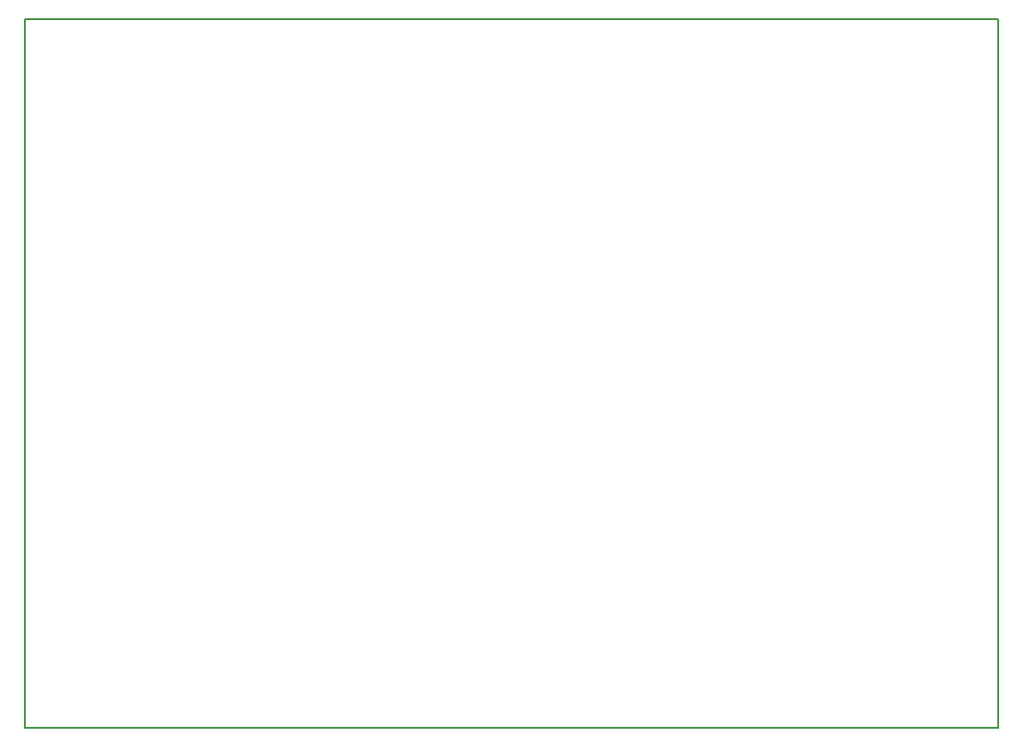
<source format=gbr>
G04 #@! TF.FileFunction,Profile,NP*
%FSLAX46Y46*%
G04 Gerber Fmt 4.6, Leading zero omitted, Abs format (unit mm)*
G04 Created by KiCad (PCBNEW 4.0.7) date 08/12/18 23:10:55*
%MOMM*%
%LPD*%
G01*
G04 APERTURE LIST*
%ADD10C,0.100000*%
%ADD11C,0.150000*%
G04 APERTURE END LIST*
D10*
D11*
X21590000Y-26924000D02*
X22860000Y-26924000D01*
X21590000Y-89662000D02*
X21590000Y-26924000D01*
X107696000Y-89662000D02*
X21590000Y-89662000D01*
X107696000Y-26924000D02*
X107696000Y-89662000D01*
X105664000Y-26924000D02*
X107696000Y-26924000D01*
X21844000Y-26924000D02*
X105664000Y-26924000D01*
M02*

</source>
